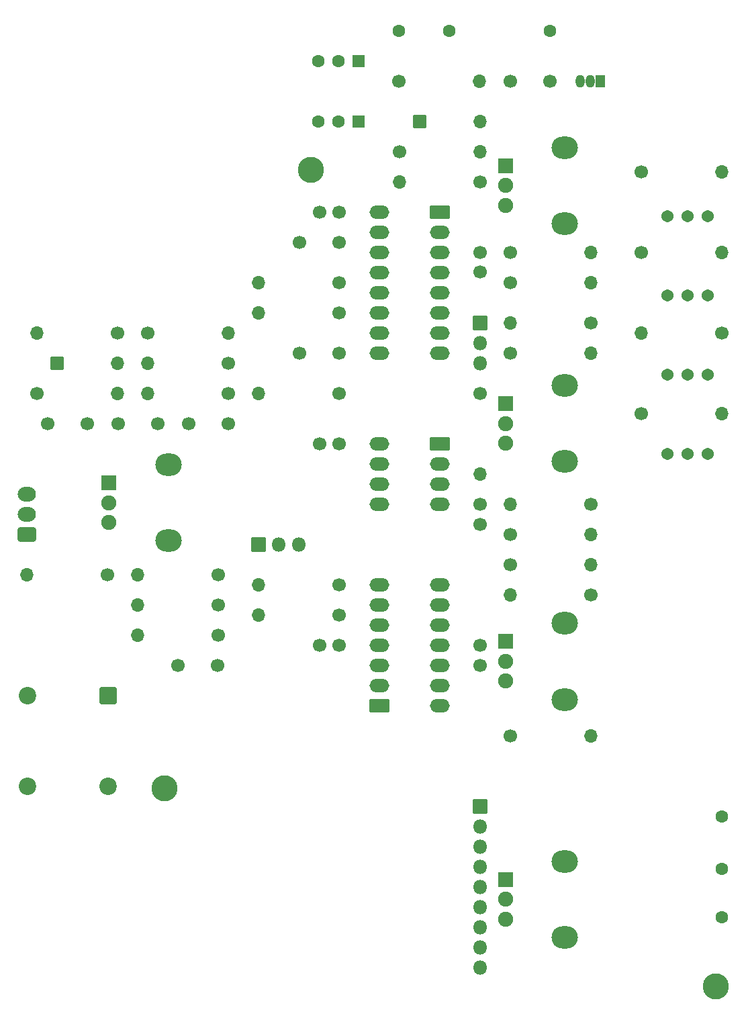
<source format=gbs>
G04 #@! TF.GenerationSoftware,KiCad,Pcbnew,6.0.1-79c1e3a40b~116~ubuntu20.04.1*
G04 #@! TF.CreationDate,2022-01-29T17:03:37-05:00*
G04 #@! TF.ProjectId,herovco_front,6865726f-7663-46f5-9f66-726f6e742e6b,rev?*
G04 #@! TF.SameCoordinates,Original*
G04 #@! TF.FileFunction,Soldermask,Bot*
G04 #@! TF.FilePolarity,Negative*
%FSLAX46Y46*%
G04 Gerber Fmt 4.6, Leading zero omitted, Abs format (unit mm)*
G04 Created by KiCad (PCBNEW 6.0.1-79c1e3a40b~116~ubuntu20.04.1) date 2022-01-29 17:03:37*
%MOMM*%
%LPD*%
G01*
G04 APERTURE LIST*
G04 Aperture macros list*
%AMRoundRect*
0 Rectangle with rounded corners*
0 $1 Rounding radius*
0 $2 $3 $4 $5 $6 $7 $8 $9 X,Y pos of 4 corners*
0 Add a 4 corners polygon primitive as box body*
4,1,4,$2,$3,$4,$5,$6,$7,$8,$9,$2,$3,0*
0 Add four circle primitives for the rounded corners*
1,1,$1+$1,$2,$3*
1,1,$1+$1,$4,$5*
1,1,$1+$1,$6,$7*
1,1,$1+$1,$8,$9*
0 Add four rect primitives between the rounded corners*
20,1,$1+$1,$2,$3,$4,$5,0*
20,1,$1+$1,$4,$5,$6,$7,0*
20,1,$1+$1,$6,$7,$8,$9,0*
20,1,$1+$1,$8,$9,$2,$3,0*%
G04 Aperture macros list end*
%ADD10O,3.340000X2.820000*%
%ADD11RoundRect,0.050000X0.900000X-0.900000X0.900000X0.900000X-0.900000X0.900000X-0.900000X-0.900000X0*%
%ADD12C,1.900000*%
%ADD13C,3.300000*%
%ADD14C,1.600000*%
%ADD15C,2.200000*%
%ADD16RoundRect,0.300001X-0.799999X-0.799999X0.799999X-0.799999X0.799999X0.799999X-0.799999X0.799999X0*%
%ADD17C,1.540000*%
%ADD18C,1.700000*%
%ADD19O,1.700000X1.700000*%
%ADD20RoundRect,0.050000X0.525000X0.750000X-0.525000X0.750000X-0.525000X-0.750000X0.525000X-0.750000X0*%
%ADD21O,1.150000X1.600000*%
%ADD22RoundRect,0.050000X0.850000X0.850000X-0.850000X0.850000X-0.850000X-0.850000X0.850000X-0.850000X0*%
%ADD23O,1.800000X1.800000*%
%ADD24RoundRect,0.050000X1.200000X0.800000X-1.200000X0.800000X-1.200000X-0.800000X1.200000X-0.800000X0*%
%ADD25O,2.500000X1.700000*%
%ADD26RoundRect,0.050000X-1.200000X-0.800000X1.200000X-0.800000X1.200000X0.800000X-1.200000X0.800000X0*%
%ADD27RoundRect,0.050000X-0.850000X0.850000X-0.850000X-0.850000X0.850000X-0.850000X0.850000X0.850000X0*%
%ADD28RoundRect,0.050000X0.750000X-0.750000X0.750000X0.750000X-0.750000X0.750000X-0.750000X-0.750000X0*%
%ADD29RoundRect,0.050000X-0.800000X-0.800000X0.800000X-0.800000X0.800000X0.800000X-0.800000X0.800000X0*%
%ADD30RoundRect,0.300000X0.850000X-0.620000X0.850000X0.620000X-0.850000X0.620000X-0.850000X-0.620000X0*%
%ADD31O,2.300000X1.840000*%
G04 APERTURE END LIST*
D10*
G04 #@! TO.C,RV8*
X172300000Y-84700000D03*
X172300000Y-94300000D03*
D11*
X164800000Y-87000000D03*
D12*
X164800000Y-89500000D03*
X164800000Y-92000000D03*
G04 #@! TD*
D13*
G04 #@! TO.C,H2*
X140300000Y-57500000D03*
G04 #@! TD*
D14*
G04 #@! TO.C,TP5*
X192090000Y-145630000D03*
G04 #@! TD*
D15*
G04 #@! TO.C,J6*
X114728200Y-135255400D03*
G04 #@! TD*
D14*
G04 #@! TO.C,TP4*
X151370000Y-39980000D03*
G04 #@! TD*
D13*
G04 #@! TO.C,H1*
X121800000Y-135500000D03*
G04 #@! TD*
D16*
G04 #@! TO.C,J5*
X114728200Y-123825400D03*
G04 #@! TD*
D10*
G04 #@! TO.C,RV4*
X172300000Y-144700000D03*
X172300000Y-154300000D03*
D11*
X164800000Y-147000000D03*
D12*
X164800000Y-149500000D03*
X164800000Y-152000000D03*
G04 #@! TD*
D17*
G04 #@! TO.C,RV5*
X190340000Y-93350000D03*
X187800000Y-93350000D03*
X185260000Y-93350000D03*
G04 #@! TD*
G04 #@! TO.C,RV2*
X190340000Y-73350000D03*
X187800000Y-73350000D03*
X185260000Y-73350000D03*
G04 #@! TD*
D10*
G04 #@! TO.C,RV3*
X172300000Y-114700000D03*
X172300000Y-124300000D03*
D11*
X164800000Y-117000000D03*
D12*
X164800000Y-119500000D03*
X164800000Y-122000000D03*
G04 #@! TD*
D14*
G04 #@! TO.C,TP3*
X192090000Y-151740000D03*
G04 #@! TD*
G04 #@! TO.C,TP1*
X192090000Y-139040000D03*
G04 #@! TD*
D15*
G04 #@! TO.C,J8*
X104568200Y-123825400D03*
G04 #@! TD*
D17*
G04 #@! TO.C,RV6*
X190340000Y-63350000D03*
X187800000Y-63350000D03*
X185260000Y-63350000D03*
G04 #@! TD*
D14*
G04 #@! TO.C,TP2*
X157720000Y-39980000D03*
G04 #@! TD*
D17*
G04 #@! TO.C,RV9*
X190340000Y-83350000D03*
X187800000Y-83350000D03*
X185260000Y-83350000D03*
G04 #@! TD*
D14*
G04 #@! TO.C,TP6*
X170420000Y-39980000D03*
G04 #@! TD*
D13*
G04 #@! TO.C,H3*
X191300000Y-160500000D03*
G04 #@! TD*
D10*
G04 #@! TO.C,RV1*
X122300000Y-104300000D03*
X122300000Y-94700000D03*
D11*
X114800000Y-97000000D03*
D12*
X114800000Y-99500000D03*
X114800000Y-102000000D03*
G04 #@! TD*
D10*
G04 #@! TO.C,RV7*
X172300000Y-54700000D03*
X172300000Y-64300000D03*
D11*
X164800000Y-57000000D03*
D12*
X164800000Y-59500000D03*
X164800000Y-62000000D03*
G04 #@! TD*
D15*
G04 #@! TO.C,J7*
X104568200Y-135255400D03*
G04 #@! TD*
D18*
G04 #@! TO.C,R17*
X143830000Y-85700000D03*
D19*
X133670000Y-85700000D03*
G04 #@! TD*
D18*
G04 #@! TO.C,C8*
X138790000Y-66650000D03*
X143790000Y-66650000D03*
G04 #@! TD*
G04 #@! TO.C,R30*
X192090000Y-78080000D03*
D19*
X181930000Y-78080000D03*
G04 #@! TD*
D18*
G04 #@! TO.C,R28*
X161610000Y-85700000D03*
D19*
X161610000Y-95860000D03*
G04 #@! TD*
D18*
G04 #@! TO.C,R29*
X175580000Y-76810000D03*
D19*
X165420000Y-76810000D03*
G04 #@! TD*
D18*
G04 #@! TO.C,R15*
X129860000Y-81890000D03*
D19*
X119700000Y-81890000D03*
G04 #@! TD*
D18*
G04 #@! TO.C,R10*
X143830000Y-113640000D03*
D19*
X133670000Y-113640000D03*
G04 #@! TD*
D18*
G04 #@! TO.C,R4*
X128590000Y-108560000D03*
D19*
X118430000Y-108560000D03*
G04 #@! TD*
D20*
G04 #@! TO.C,U6*
X176770000Y-46330000D03*
D21*
X175500000Y-46330000D03*
X174230000Y-46330000D03*
G04 #@! TD*
D18*
G04 #@! TO.C,R11*
X143830000Y-71730000D03*
D19*
X133670000Y-71730000D03*
G04 #@! TD*
D18*
G04 #@! TO.C,C4*
X143830000Y-117450000D03*
X141330000Y-117450000D03*
G04 #@! TD*
D22*
G04 #@! TO.C,J2*
X161610000Y-76810000D03*
D23*
X161610000Y-79350000D03*
X161610000Y-81890000D03*
G04 #@! TD*
D24*
G04 #@! TO.C,U2*
X156520000Y-92050000D03*
D25*
X156520000Y-94590000D03*
X156520000Y-97130000D03*
X156520000Y-99670000D03*
X148900000Y-99670000D03*
X148900000Y-97130000D03*
X148900000Y-94590000D03*
X148900000Y-92050000D03*
G04 #@! TD*
D22*
G04 #@! TO.C,J1*
X161610000Y-137770000D03*
D23*
X161610000Y-140310000D03*
X161610000Y-142850000D03*
X161610000Y-145390000D03*
X161610000Y-147930000D03*
X161610000Y-150470000D03*
X161610000Y-153010000D03*
X161610000Y-155550000D03*
X161610000Y-158090000D03*
G04 #@! TD*
D18*
G04 #@! TO.C,R24*
X151370000Y-46330000D03*
D19*
X161530000Y-46330000D03*
G04 #@! TD*
D26*
G04 #@! TO.C,U1*
X148920000Y-125070000D03*
D25*
X148920000Y-122530000D03*
X148920000Y-119990000D03*
X148920000Y-117450000D03*
X148920000Y-114910000D03*
X148920000Y-112370000D03*
X148920000Y-109830000D03*
X156540000Y-109830000D03*
X156540000Y-112370000D03*
X156540000Y-114910000D03*
X156540000Y-117450000D03*
X156540000Y-119990000D03*
X156540000Y-122530000D03*
X156540000Y-125070000D03*
G04 #@! TD*
D27*
G04 #@! TO.C,J3*
X133685000Y-104750000D03*
D23*
X136225000Y-104750000D03*
X138765000Y-104750000D03*
G04 #@! TD*
D18*
G04 #@! TO.C,R27*
X175580000Y-99670000D03*
D19*
X165420000Y-99670000D03*
G04 #@! TD*
D18*
G04 #@! TO.C,R14*
X119700000Y-78080000D03*
D19*
X129860000Y-78080000D03*
G04 #@! TD*
D28*
G04 #@! TO.C,U5*
X146290000Y-43790000D03*
D14*
X143750000Y-43790000D03*
X141210000Y-43790000D03*
G04 #@! TD*
D28*
G04 #@! TO.C,U4*
X146290000Y-51410000D03*
D14*
X143750000Y-51410000D03*
X141210000Y-51410000D03*
G04 #@! TD*
D24*
G04 #@! TO.C,U3*
X156520000Y-62830000D03*
D25*
X156520000Y-65370000D03*
X156520000Y-67910000D03*
X156520000Y-70450000D03*
X156520000Y-72990000D03*
X156520000Y-75530000D03*
X156520000Y-78070000D03*
X156520000Y-80610000D03*
X148900000Y-80610000D03*
X148900000Y-78070000D03*
X148900000Y-75530000D03*
X148900000Y-72990000D03*
X148900000Y-70450000D03*
X148900000Y-67910000D03*
X148900000Y-65370000D03*
X148900000Y-62830000D03*
G04 #@! TD*
D18*
G04 #@! TO.C,R26*
X165420000Y-80620000D03*
D19*
X175580000Y-80620000D03*
G04 #@! TD*
D18*
G04 #@! TO.C,R25*
X165420000Y-67920000D03*
D19*
X175580000Y-67920000D03*
G04 #@! TD*
D18*
G04 #@! TO.C,C1*
X161610000Y-67920000D03*
X161610000Y-70420000D03*
G04 #@! TD*
G04 #@! TO.C,R1*
X165420000Y-71730000D03*
D19*
X175580000Y-71730000D03*
G04 #@! TD*
D18*
G04 #@! TO.C,R8*
X165420000Y-128880000D03*
D19*
X175580000Y-128880000D03*
G04 #@! TD*
D18*
G04 #@! TO.C,R19*
X181930000Y-88240000D03*
D19*
X192090000Y-88240000D03*
G04 #@! TD*
D18*
G04 #@! TO.C,C9*
X138830000Y-80620000D03*
X143830000Y-80620000D03*
G04 #@! TD*
G04 #@! TO.C,R5*
X128590000Y-116180000D03*
D19*
X118430000Y-116180000D03*
G04 #@! TD*
D18*
G04 #@! TO.C,R23*
X151450000Y-55220000D03*
D19*
X161610000Y-55220000D03*
G04 #@! TD*
D18*
G04 #@! TO.C,C12*
X112080000Y-89510000D03*
X107080000Y-89510000D03*
G04 #@! TD*
G04 #@! TO.C,R31*
X165420000Y-103480000D03*
D19*
X175580000Y-103480000D03*
G04 #@! TD*
D18*
G04 #@! TO.C,R13*
X143830000Y-75540000D03*
D19*
X133670000Y-75540000D03*
G04 #@! TD*
D18*
G04 #@! TO.C,C10*
X124820000Y-89510000D03*
X129820000Y-89510000D03*
G04 #@! TD*
G04 #@! TO.C,C13*
X165380000Y-46330000D03*
X170380000Y-46330000D03*
G04 #@! TD*
G04 #@! TO.C,R12*
X165420000Y-107290000D03*
D19*
X175580000Y-107290000D03*
G04 #@! TD*
D29*
G04 #@! TO.C,D1*
X108270000Y-81890000D03*
D19*
X115890000Y-81890000D03*
G04 #@! TD*
D18*
G04 #@! TO.C,R7*
X114620000Y-108560000D03*
D19*
X104460000Y-108560000D03*
G04 #@! TD*
D18*
G04 #@! TO.C,R20*
X181930000Y-57760000D03*
D19*
X192090000Y-57760000D03*
G04 #@! TD*
D18*
G04 #@! TO.C,R6*
X128590000Y-112370000D03*
D19*
X118430000Y-112370000D03*
G04 #@! TD*
D18*
G04 #@! TO.C,C3*
X161610000Y-102210000D03*
X161610000Y-99710000D03*
G04 #@! TD*
G04 #@! TO.C,C2*
X143830000Y-92050000D03*
X141330000Y-92050000D03*
G04 #@! TD*
G04 #@! TO.C,R9*
X175580000Y-111100000D03*
D19*
X165420000Y-111100000D03*
G04 #@! TD*
D18*
G04 #@! TO.C,C6*
X143830000Y-62840000D03*
X141330000Y-62840000D03*
G04 #@! TD*
G04 #@! TO.C,R21*
X143830000Y-109830000D03*
D19*
X133670000Y-109830000D03*
G04 #@! TD*
D18*
G04 #@! TO.C,C5*
X161610000Y-119990000D03*
X161610000Y-117490000D03*
G04 #@! TD*
D29*
G04 #@! TO.C,D2*
X153990000Y-51410000D03*
D19*
X161610000Y-51410000D03*
G04 #@! TD*
D18*
G04 #@! TO.C,R3*
X161610000Y-59030000D03*
D19*
X151450000Y-59030000D03*
G04 #@! TD*
D18*
G04 #@! TO.C,R22*
X105730000Y-85700000D03*
D19*
X115890000Y-85700000D03*
G04 #@! TD*
D18*
G04 #@! TO.C,C11*
X120970000Y-89510000D03*
X115970000Y-89510000D03*
G04 #@! TD*
G04 #@! TO.C,C7*
X123510000Y-119990000D03*
X128510000Y-119990000D03*
G04 #@! TD*
G04 #@! TO.C,R16*
X115890000Y-78080000D03*
D19*
X105730000Y-78080000D03*
G04 #@! TD*
D30*
G04 #@! TO.C,J4*
X104460000Y-103480000D03*
D31*
X104460000Y-100940000D03*
X104460000Y-98400000D03*
G04 #@! TD*
D18*
G04 #@! TO.C,R18*
X129860000Y-85700000D03*
D19*
X119700000Y-85700000D03*
G04 #@! TD*
D18*
G04 #@! TO.C,R2*
X181930000Y-67920000D03*
D19*
X192090000Y-67920000D03*
G04 #@! TD*
M02*

</source>
